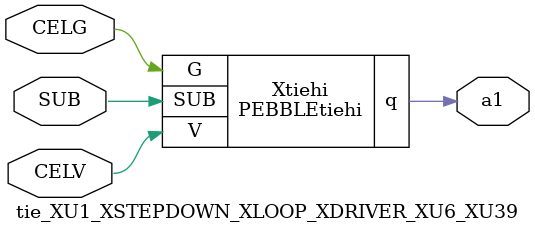
<source format=v>



module PEBBLEtiehi ( q, G, SUB, V );

  input V;
  output q;
  input G;
  input SUB;
endmodule

//Celera Confidential Do Not Copy tie_XU1_XSTEPDOWN_XLOOP_XDRIVER_XU6_XU39
//Celera Confidential Symbol Generator
//TIE
module tie_XU1_XSTEPDOWN_XLOOP_XDRIVER_XU6_XU39 (CELV,CELG,a1,SUB);
input CELV;
input CELG;
output a1;
input SUB;

//Celera Confidential Do Not Copy tie
PEBBLEtiehi Xtiehi(
.V (CELV),
.q (a1),
.SUB (SUB),
.G (CELG)
);
//,diesize,PEBBLEtiehi

//Celera Confidential Do Not Copy Module End
//Celera Schematic Generator
endmodule

</source>
